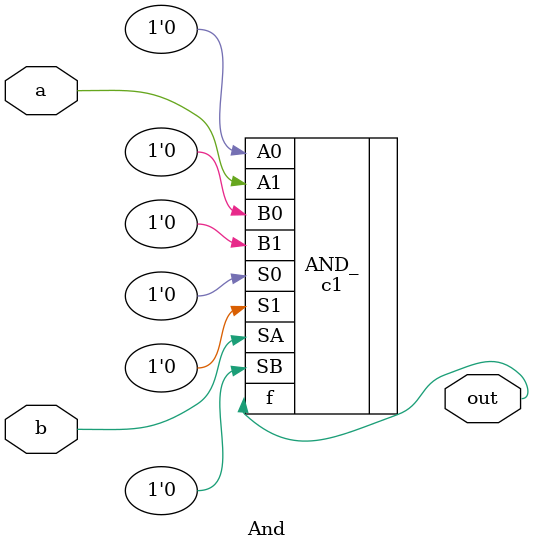
<source format=v>
module And 
(
    input a, 
    input b,
    output out
);
    c1 AND_
    (
        .A0(1'b0),
        .A1(a),
        .SA(b),
        .B0(1'b0),
        .B1(1'b0),
        .SB(1'b0),
        .S0(1'b0),
        .S1(1'b0),
        .f(out)
    );
    
endmodule
</source>
